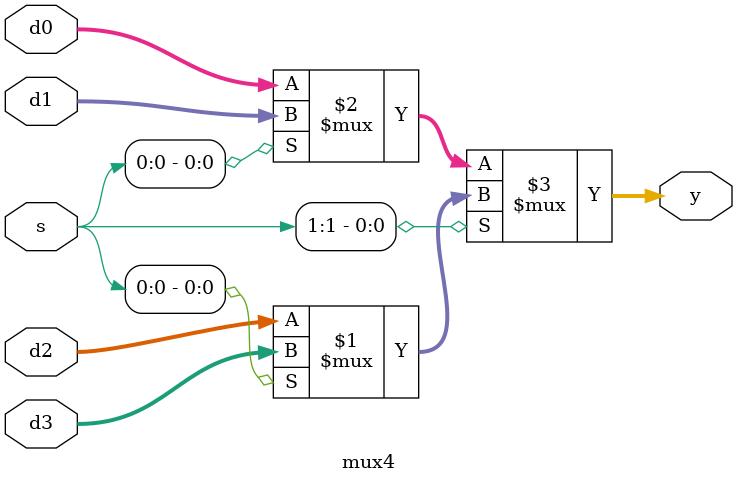
<source format=sv>
module mux4(input logic [3:0] d0, d1, d2, d3, 
            input logic [1:0] s,
            output logic [3:0] y);
 assign y = s[1] ? (s[0] ? d3 : d2) 
                 : (s[0] ? d1 : d0);
endmodule

</source>
